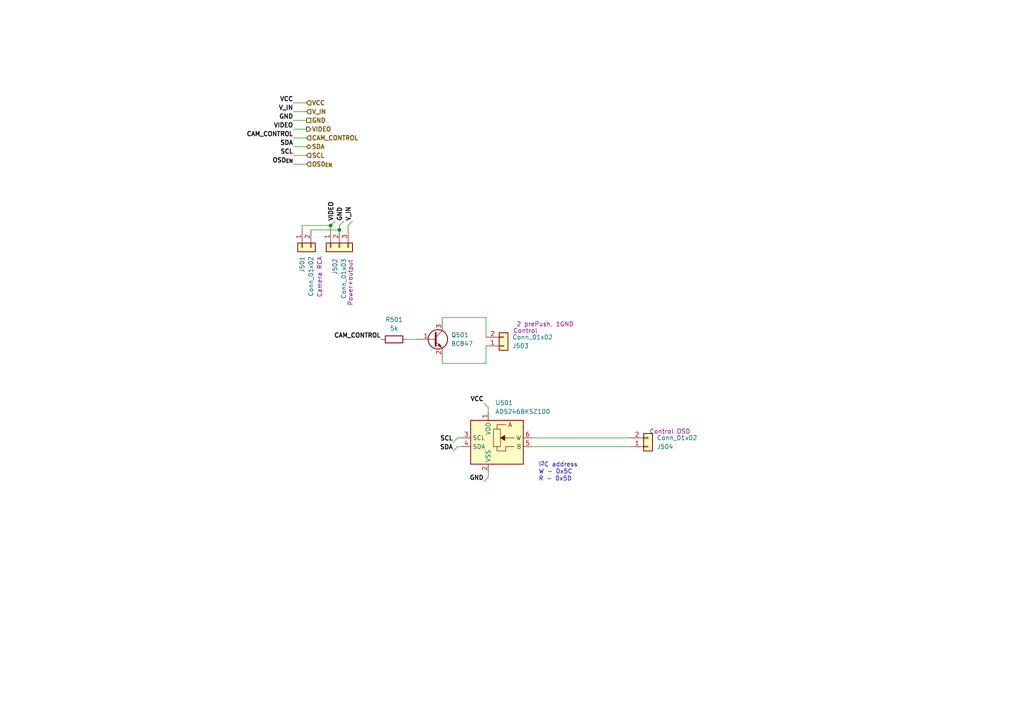
<source format=kicad_sch>
(kicad_sch (version 20211123) (generator eeschema)
  (paper "A4")
  (title_block (title "Power Unit - CanSat 2023") (date "2023-01-19") (rev "2022") (company "Project SkyFall") (comment 1 "David Haisman"))
  (lib_symbols
    (symbol "1Knihovna:AD5246"
      (property "Reference" "U" (at 1.27 10.16 0))
      (property "Value" "AD5246" (at 3.81 7.62 0))
      (symbol "AD5246_0_0"
        (polyline (pts (xy 0 3.81) (xy 0 5.08) (xy 2.54 5.08)))
        (polyline (pts (xy 5.08 -1.27) (xy 2.54 -1.27) (xy 2.54 -2.54) (xy 0 -2.54) (xy 0 -1.27)))
        (text "A" (at 3.81 5.08 0) (effects (font (size 1.27 1.27))))
      )
      (symbol "AD5246_1_1"
        (rectangle (start -7.62 6.35) (end 7.62 -6.35) (stroke (width 0.254)) (fill (type background)))
        (polyline (pts (xy 5.08 1.27) (xy 2.286 1.27)))
        (polyline (pts (xy 2.286 0.508) (xy 2.286 2.032) (xy 1.016 1.27) (xy 2.286 0.508)) (fill (type outline)))
        (rectangle (start 1.016 -1.27) (end -1.016 3.81))
        (pin power_in line (at -2.54 8.89 270) (length 2.54) (name "VDD") (number "1"))
        (pin power_in line (at -2.54 -8.89 90) (length 2.54) (name "VSS") (number "2"))
        (pin input line (at -10.16 1.27 0) (length 2.54) (name "SCL") (number "3"))
        (pin bidirectional line (at -10.16 -1.27 0) (length 2.54) (name "SDA") (number "4"))
        (pin passive line (at 10.16 -1.27 180) (length 2.54) (name "B") (number "5"))
        (pin passive line (at 10.16 1.27 180) (length 2.54) (name "W") (number "6"))
      )
    )
    (symbol "Connector_Generic:Conn_01x02" (pin_names (offset 1.016) hide)
      (property "Reference" "J" (at 0 2.54 0))
      (property "Value" "Conn_01x02" (at 0 -5.08 0))
      (symbol "Conn_01x02_1_1"
        (rectangle (start -1.27 -2.413) (end 0 -2.667) (stroke (width 0.1524)))
        (rectangle (start -1.27 0.127) (end 0 -0.127) (stroke (width 0.1524)))
        (rectangle (start -1.27 1.27) (end 1.27 -3.81) (stroke (width 0.254)) (fill (type background)))
        (pin passive line (at -5.08 0 0) (length 3.81) (name "Pin_1") (number "1"))
        (pin passive line (at -5.08 -2.54 0) (length 3.81) (name "Pin_2") (number "2"))
      )
    )
    (symbol "Connector_Generic:Conn_01x03" (pin_names (offset 1.016) hide)
      (property "Reference" "J" (at 0 5.08 0))
      (property "Value" "Conn_01x03" (at 0 -5.08 0))
      (symbol "Conn_01x03_1_1"
        (rectangle (start -1.27 -2.413) (end 0 -2.667) (stroke (width 0.1524)))
        (rectangle (start -1.27 0.127) (end 0 -0.127) (stroke (width 0.1524)))
        (rectangle (start -1.27 2.667) (end 0 2.413) (stroke (width 0.1524)))
        (rectangle (start -1.27 3.81) (end 1.27 -3.81) (stroke (width 0.254)) (fill (type background)))
        (pin passive line (at -5.08 2.54 0) (length 3.81) (name "Pin_1") (number "1"))
        (pin passive line (at -5.08 0 0) (length 3.81) (name "Pin_2") (number "2"))
        (pin passive line (at -5.08 -2.54 0) (length 3.81) (name "Pin_3") (number "3"))
      )
    )
    (symbol "Device:R" (pin_numbers hide) (pin_names (offset 0))
      (property "Reference" "R" (at 2.032 0 90))
      (property "Value" "R" (at 0 0 90))
      (symbol "R_0_1"
        (rectangle (start -1.016 -2.54) (end 1.016 2.54) (stroke (width 0.254)))
      )
      (symbol "R_1_1"
        (pin passive line (at 0 3.81 270) (length 1.27) (name "~") (number "1"))
        (pin passive line (at 0 -3.81 90) (length 1.27) (name "~") (number "2"))
      )
    )
    (symbol "Transistor_BJT:BC847" (pin_names (offset 0) hide)
      (property "Reference" "Q" (at 5.08 1.905 0))
      (property "Value" "BC847" (at 5.08 0 0))
      (symbol "BC847_0_1"
        (polyline (pts (xy 0.635 0.635) (xy 2.54 2.54)))
        (polyline (pts (xy 0.635 -0.635) (xy 2.54 -2.54) (xy 2.54 -2.54)))
        (polyline (pts (xy 0.635 1.905) (xy 0.635 -1.905) (xy 0.635 -1.905)) (stroke (width 0.508)))
        (polyline (pts (xy 1.27 -1.778) (xy 1.778 -1.27) (xy 2.286 -2.286) (xy 1.27 -1.778) (xy 1.27 -1.778)) (fill (type outline)))
        (circle (center 1.27 0) (radius 2.8194) (stroke (width 0.254)))
      )
      (symbol "BC847_1_1"
        (pin input line (at -5.08 0 0) (length 5.715) (name "B") (number "1"))
        (pin passive line (at 2.54 -5.08 90) (length 2.54) (name "E") (number "2"))
        (pin passive line (at 2.54 5.08 270) (length 2.54) (name "C") (number "3"))
      )
    )
  )
  (junction (at 98.425 66.675))
  (junction (at 95.885 65.405))
  (wire (pts (xy 100.965 66.675) (xy 100.965 65.405)))
  (wire (pts (xy 90.17 66.675) (xy 98.425 66.675)))
  (wire (pts (xy 85.09 34.925) (xy 88.9 34.925)))
  (wire (pts (xy 88.9 42.545) (xy 85.09 42.545)))
  (wire (pts (xy 141.605 138.43) (xy 140.335 139.7)))
  (wire (pts (xy 140.97 92.075) (xy 140.97 97.79)))
  (wire (pts (xy 85.09 37.465) (xy 88.9 37.465)))
  (wire (pts (xy 182.88 129.54) (xy 154.305 129.54)))
  (wire (pts (xy 98.425 65.405) (xy 99.695 64.135)))
  (wire (pts (xy 85.09 40.005) (xy 88.9 40.005)))
  (wire (pts (xy 85.09 32.385) (xy 88.9 32.385)))
  (wire (pts (xy 85.09 45.085) (xy 88.9 45.085)))
  (wire (pts (xy 133.985 129.54) (xy 132.715 129.54)))
  (wire (pts (xy 100.965 65.405) (xy 102.235 64.135)))
  (wire (pts (xy 95.885 65.405) (xy 97.155 64.135)))
  (wire (pts (xy 87.63 65.405) (xy 87.63 66.675)))
  (wire (pts (xy 85.09 29.845) (xy 88.9 29.845)))
  (wire (pts (xy 141.605 137.16) (xy 141.605 138.43)))
  (wire (pts (xy 154.305 127) (xy 182.88 127)))
  (wire (pts (xy 132.715 127) (xy 131.445 128.27)))
  (wire (pts (xy 128.27 92.075) (xy 140.97 92.075)))
  (wire (pts (xy 88.9 47.625) (xy 85.09 47.625)))
  (wire (pts (xy 133.985 127) (xy 132.715 127)))
  (wire (pts (xy 98.425 66.675) (xy 98.425 65.405)))
  (wire (pts (xy 128.27 93.345) (xy 128.27 92.075)))
  (wire (pts (xy 141.605 118.11) (xy 140.335 116.84)))
  (wire (pts (xy 95.885 66.675) (xy 95.885 65.405)))
  (wire (pts (xy 132.715 129.54) (xy 131.445 130.81)))
  (wire (pts (xy 95.885 65.405) (xy 87.63 65.405)))
  (wire (pts (xy 140.97 105.41) (xy 140.97 100.33)))
  (wire (pts (xy 128.27 105.41) (xy 140.97 105.41)))
  (wire (pts (xy 128.27 103.505) (xy 128.27 105.41)))
  (wire (pts (xy 141.605 119.38) (xy 141.605 118.11)))
  (wire (pts (xy 118.11 98.425) (xy 120.65 98.425)))
  (text "I^{2}C address\nW - 0x5C\nR - 0x5D\n" (at 156.21 139.7 0) (effects (font (size 1.27 1.27)) (justify left bottom)))
  (label "SCL" (at 85.09 45.085 180) (effects (font bold)))
  (label "VCC" (at 85.09 29.845 180) (effects (font (thickness 0.254) bold)))
  (label "GND" (at 140.335 139.7 180) (effects (font bold)))
  (label "CAM_CONTROL" (at 110.49 98.425 180) (effects (font (thickness 0.254) bold)))
  (label "GND" (at 85.09 34.925 180) (effects (font bold)))
  (label "V_IN" (at 85.09 32.385 180) (effects (font bold)))
  (label "VIDEO" (at 97.155 64.135 90) (effects (font bold)))
  (label "SDA" (at 131.445 130.81 180) (effects (font bold)))
  (label "CAM_CONTROL" (at 85.09 40.005 180) (effects (font (thickness 0.254) bold)))
  (label "SDA" (at 85.09 42.545 180) (effects (font bold)))
  (label "OSD_{EN}" (at 85.09 47.625 180) (effects (font bold)))
  (label "V_IN" (at 102.235 64.135 90) (effects (font bold)))
  (label "SCL" (at 131.445 128.27 180) (effects (font bold)))
  (label "GND" (at 99.695 64.135 90) (effects (font bold)))
  (label "VIDEO" (at 85.09 37.465 180) (effects (font bold)))
  (label "VCC" (at 140.335 116.84 180) (effects (font (thickness 0.254) bold)))
  (hierarchical_label "V_IN" (shape input) (at 88.9 32.385 0) (effects (font (thickness 0.254) bold)))
  (hierarchical_label "GND" (shape passive) (at 88.9 34.925 0) (effects (font bold)))
  (hierarchical_label "SDA" (shape bidirectional) (at 88.9 42.545 0) (effects (font bold)))
  (hierarchical_label "OSD_{EN}" (shape input) (at 88.9 47.625 0) (effects (font bold)))
  (hierarchical_label "CAM_CONTROL" (shape input) (at 88.9 40.005 0) (effects (font (thickness 0.254) bold)))
  (hierarchical_label "SCL" (shape input) (at 88.9 45.085 0) (effects (font bold)))
  (hierarchical_label "VIDEO" (shape output) (at 88.9 37.465 0) (effects (font bold)))
  (hierarchical_label "VCC" (shape input) (at 88.9 29.845 0) (effects (font (thickness 0.254) bold)))
  (symbol (lib_id "1Knihovna:AD5246") (at 144.145 128.27 0) (unit 1)
    (property "Reference" "U501" (at 143.6244 116.84 0) (effects (justify left)))
    (property "Value" "AD5246BKSZ100" (at 143.6244 119.38 0) (effects (justify left)))
    (property "Footprint" "SamacSys_Parts2:SOT65P210X110-6N" (effects hide))
  )
  (symbol (lib_id "Connector_Generic:Conn_01x02") (at 87.63 71.755 90) (mirror x) (unit 1)
    (property "Reference" "J501" (at 87.6299 74.295 0) (effects (justify left)))
    (property "Value" "Conn_01x02" (at 90.1699 74.295 0) (effects (justify left)))
    (property "Footprint" "Connector_Molex:Molex_PicoBlade_53261-0271_1x02-1MP_P1.25mm_Horizontal" (effects hide))
    (property "Legend" "Camera RCA" (at 92.71 74.295 0) (effects (justify left)))
  )
  (symbol (lib_id "Connector_Generic:Conn_01x02") (at 146.05 100.33 0) (mirror x) (unit 1)
    (property "Reference" "J503" (at 148.59 100.3301 0) (effects (justify left)))
    (property "Value" "Conn_01x02" (at 148.59 97.7901 0) (effects (justify left)))
    (property "Footprint" "Connector_Molex:Molex_PicoBlade_53047-0210_1x02_P1.25mm_Vertical" (effects hide))
    (property "Legend" "Control" (at 152.4 95.885 0))
    (property "Comment" "2 prePush, 1GND" (at 158.115 93.98 0))
  )
  (symbol (lib_id "Transistor_BJT:BC847") (at 125.73 98.425 0) (unit 1)
    (property "Reference" "Q501" (at 130.81 97.1549 0) (effects (justify left)))
    (property "Value" "BC847" (at 130.81 99.6949 0) (effects (justify left)))
    (property "Footprint" "Package_TO_SOT_SMD:SOT-23" (effects hide))
    (property "Datasheet" "http://www.infineon.com/dgdl/Infineon-BC847SERIES_BC848SERIES_BC849SERIES_BC850SERIES-DS-v01_01-en.pdf?fileId=db3a304314dca389011541d4630a1657" (effects hide))
  )
  (symbol (lib_id "Connector_Generic:Conn_01x03") (at 98.425 71.755 90) (mirror x) (unit 1)
    (property "Reference" "J502" (at 97.1549 74.93 0) (effects (justify left)))
    (property "Value" "Conn_01x03" (at 99.6949 74.93 0) (effects (justify left)))
    (property "Footprint" "Connector_Molex:Molex_PicoBlade_53047-0310_1x03_P1.25mm_Vertical" (effects hide))
    (property "Legend" "Power+output" (at 101.6 81.915 0))
  )
  (symbol (lib_id "Device:R") (at 114.3 98.425 90) (unit 1)
    (property "Reference" "R501" (at 114.3 92.71 90))
    (property "Value" "5k" (at 114.3 95.25 90))
    (property "Footprint" "Resistor_SMD:R_0805_2012Metric" (effects hide))
  )
  (symbol (lib_id "Connector_Generic:Conn_01x02") (at 187.96 129.54 0) (mirror x) (unit 1)
    (property "Reference" "J504" (at 190.5 129.5401 0) (effects (justify left)))
    (property "Value" "Conn_01x02" (at 190.5 127.0001 0) (effects (justify left)))
    (property "Footprint" "Connector_Molex:Molex_PicoBlade_53047-0210_1x02_P1.25mm_Vertical" (effects hide))
    (property "Legend" "Control OSD" (at 194.31 125.095 0))
  )
)
</source>
